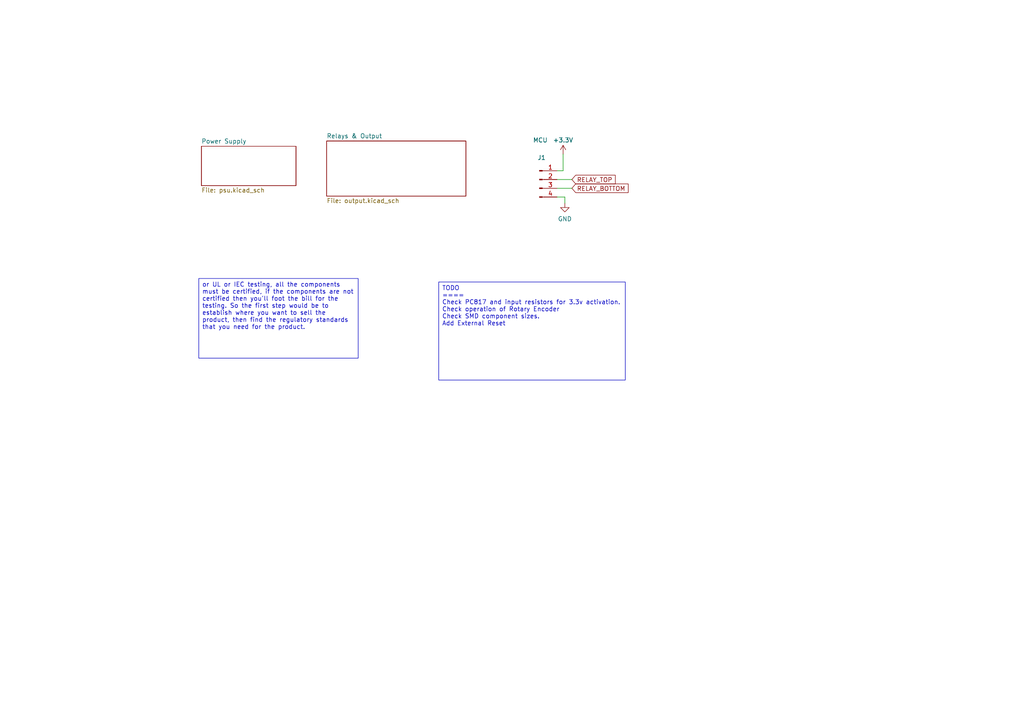
<source format=kicad_sch>
(kicad_sch (version 20230121) (generator eeschema)
  (paper "A4")
  (lib_symbols
    (symbol "Connector:Conn_01x04_Pin" (pin_names (offset 1.016) hide)
      (property "Reference" "J" (at 0 5.08 0))
      (property "Value" "Conn_01x04_Pin" (at 0 -7.62 0))
      (symbol "Conn_01x04_Pin_1_1"
        (polyline (pts (xy 1.27 -5.08) (xy 0.8636 -5.08)) (stroke (width 0.1524)))
        (polyline (pts (xy 1.27 -2.54) (xy 0.8636 -2.54)) (stroke (width 0.1524)))
        (polyline (pts (xy 1.27 0) (xy 0.8636 0)) (stroke (width 0.1524)))
        (polyline (pts (xy 1.27 2.54) (xy 0.8636 2.54)) (stroke (width 0.1524)))
        (rectangle (start 0.8636 -4.953) (end 0 -5.207) (stroke (width 0.1524)) (fill (type outline)))
        (rectangle (start 0.8636 -2.413) (end 0 -2.667) (stroke (width 0.1524)) (fill (type outline)))
        (rectangle (start 0.8636 0.127) (end 0 -0.127) (stroke (width 0.1524)) (fill (type outline)))
        (rectangle (start 0.8636 2.667) (end 0 2.413) (stroke (width 0.1524)) (fill (type outline)))
        (pin passive line (at 5.08 2.54 180) (length 3.81) (name "Pin_1") (number "1"))
        (pin passive line (at 5.08 0 180) (length 3.81) (name "Pin_2") (number "2"))
        (pin passive line (at 5.08 -2.54 180) (length 3.81) (name "Pin_3") (number "3"))
        (pin passive line (at 5.08 -5.08 180) (length 3.81) (name "Pin_4") (number "4"))
      )
    )
    (symbol "power:+3.3V" (power) (pin_names (offset 0))
      (property "Value" "+3.3V" (at 0 3.556 0))
      (symbol "+3.3V_0_1"
        (polyline (pts (xy -0.762 1.27) (xy 0 2.54)))
        (polyline (pts (xy 0 0) (xy 0 2.54)))
        (polyline (pts (xy 0 2.54) (xy 0.762 1.27)))
      )
      (symbol "+3.3V_1_1"
        (pin power_in line (at 0 0 90) (length 0) hide (name "+3.3V") (number "1"))
      )
    )
    (symbol "power:GND" (power) (pin_names (offset 0))
      (property "Value" "GND" (at 0 -3.81 0))
      (symbol "GND_0_1"
        (polyline (pts (xy 0 0) (xy 0 -1.27) (xy 1.27 -1.27) (xy 0 -2.54) (xy -1.27 -1.27) (xy 0 -1.27)))
      )
      (symbol "GND_1_1"
        (pin power_in line (at 0 0 270) (length 0) hide (name "GND") (number "1"))
      )
    )
  )
  (wire (pts (xy 163.83 57.15) (xy 163.83 58.928)))
  (wire (pts (xy 161.544 54.61) (xy 165.862 54.61)))
  (wire (pts (xy 163.322 49.53) (xy 161.544 49.53)))
  (wire (pts (xy 163.322 44.704) (xy 163.322 49.53)))
  (wire (pts (xy 161.544 52.07) (xy 165.862 52.07)))
  (wire (pts (xy 161.544 57.15) (xy 163.83 57.15)))
  (text_box "or UL or IEC testing, all the components must be certified, if the components are not certified then you'll foot the bill for the testing. So the first step would be to establish where you want to sell the product, then find the regulatory standards that you need for the product." (at 57.658 80.772 0) (size 46.228 23.114) (effects (font (size 1.27 1.27)) (justify left top)))
  (text_box "TODO\n====\nCheck PC817 and input resistors for 3.3v activation.\nCheck operation of Rotary Encoder\nCheck SMD component sizes.\nAdd External Reset\n" (at 127.254 81.788 0) (size 54.102 28.448) (effects (font (size 1.27 1.27)) (justify left top)))
  (global_label "RELAY_TOP" (shape input) (at 165.862 52.07 0) (property "Intersheetrefs" "${INTERSHEET_REFS}" (effects hide)))
  (global_label "RELAY_BOTTOM" (shape input) (at 165.862 54.61 0) (property "Intersheetrefs" "${INTERSHEET_REFS}" (effects hide)))
  (symbol (lib_id "power:GND") (at 163.83 58.928 0) (unit 1)
    (property "Reference" "#PWR04" (effects hide))
    (property "Value" "GND" (at 163.83 63.5 0))
  )
  (symbol (lib_id "power:+3.3V") (at 163.322 44.704 0) (unit 1)
    (property "Reference" "#PWR05" (effects hide))
    (property "Value" "+3.3V" (at 163.322 40.64 0))
  )
  (symbol (lib_id "Connector:Conn_01x04_Pin") (at 156.464 52.07 0) (unit 1)
    (property "Reference" "J1" (at 157.099 45.72 0))
    (property "Value" "MCU" (at 156.718 40.64 0))
    (property "Footprint" "Connector_PinHeader_2.54mm:PinHeader_1x04_P2.54mm_Horizontal" (effects hide))
  )
  (sheet (at 94.742 40.894) (size 40.386 16.002) (stroke (width 0.1524))
    (property "Sheetname" "Relays & Output" (at 94.742 40.1824 0) (effects (justify left bottom)))
    (property "Sheetfile" "output.kicad_sch" (at 94.742 57.4806 0) (effects (justify left top)))
  )
  (sheet (at 58.42 42.418) (size 27.432 11.43) (stroke (width 0.1524))
    (property "Sheetname" "Power Supply" (at 58.42 41.7064 0) (effects (justify left bottom)))
    (property "Sheetfile" "psu.kicad_sch" (at 58.42 54.4326 0) (effects (justify left top)))
  )
)
</source>
